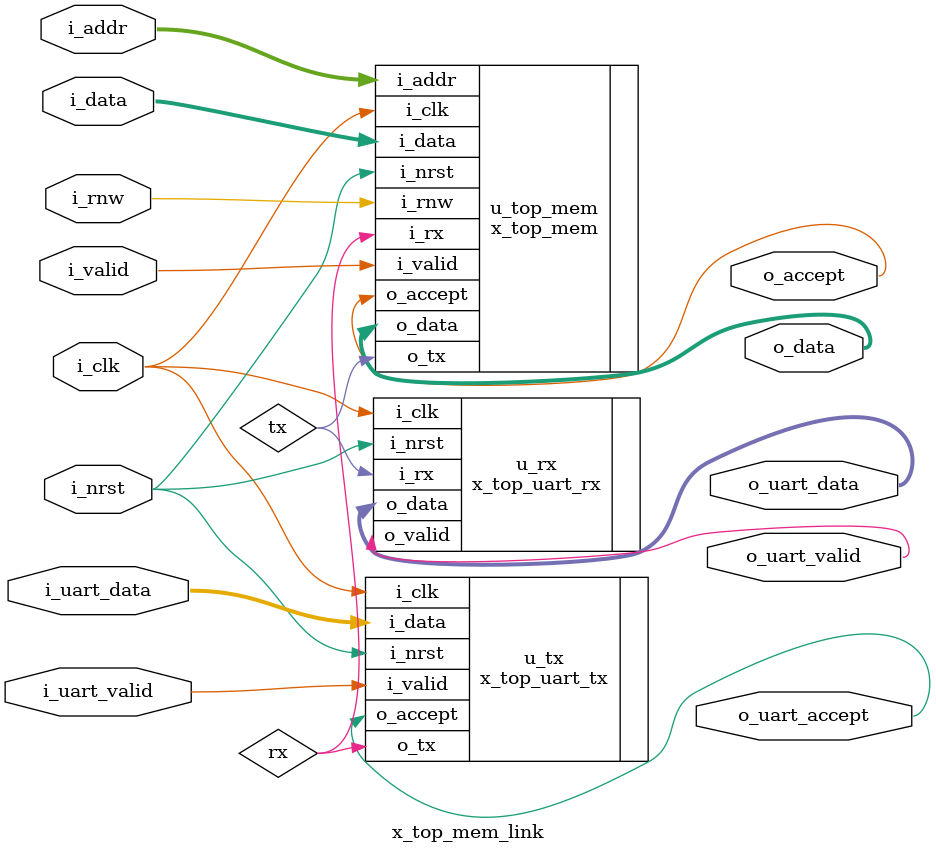
<source format=sv>
module x_top_mem_link#(
   p_clk_hz = 1000000, 
   p_baud   = 9600
)(
   input    logic          i_clk,
   input    logic          i_nrst,
   // Mem Interface
   input    logic          i_rnw,
   input    logic          i_valid,
   output   logic          o_accept,
   input    logic [31:0]   i_addr,
   input    logic [31:0]   i_data, 
   output   logic [31:0]   o_data,
   // UART Interface
   input    logic [7:0]    i_uart_data, 
   input    logic          i_uart_valid,
   output   logic          o_uart_accept,
   output   logic          o_uart_valid,    
   output   logic [7:0]    o_uart_data
);

   logic rx;
   logic tx;

   ///////////////////////////////////////////////////////////////////
   // DUT

   x_top_mem #(
      .p_clk_hz   (p_clk_hz   ),
      .p_baud     (p_baud     )
   ) u_top_mem (
      .i_clk      (i_clk      ),
      .i_nrst     (i_nrst     ),
      .i_rnw      (i_rnw      ),
      .i_valid    (i_valid    ),
      .o_accept   (o_accept   ),
      .i_addr     (i_addr     ),
      .i_data     (i_data     ), 
      .o_data     (o_data     ),         
      .i_rx       (rx         ),
      .o_tx       (tx         )
   );

 
   ///////////////////////////////////////////////////////////////////
   // Tx
 
   x_top_uart_tx #(
      .p_clk_hz   (p_clk_hz      ),
      .p_baud     (p_baud        )
   ) u_tx (
      .i_clk      (i_clk         ),
      .i_nrst     (i_nrst        ),
      .i_data     (i_uart_data   ),
      .o_tx       (rx            ),
      .i_valid    (i_uart_valid  ),
      .o_accept   (o_uart_accept )
   );

   ///////////////////////////////////////////////////////////////////
   // Rx
 
   x_top_uart_rx #(
      .p_clk_hz   (p_clk_hz      ),
      .p_baud     (p_baud        )
   ) u_rx (
      .i_clk      (i_clk         ),
      .i_nrst     (i_nrst        ),
      .i_rx       (tx            ),
      .o_valid    (o_uart_valid  ),
      .o_data     (o_uart_data   )
   );

endmodule

</source>
